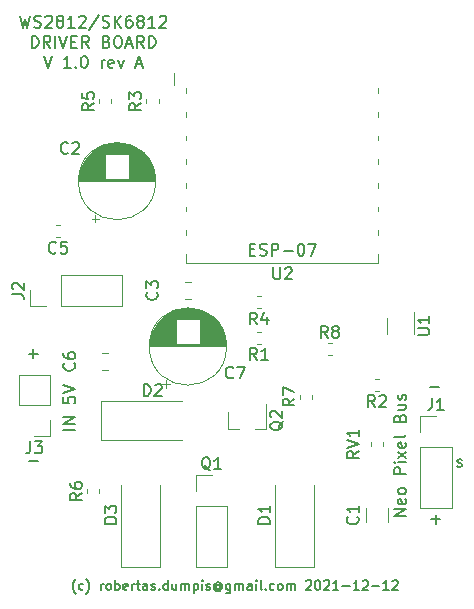
<source format=gbr>
G04 #@! TF.GenerationSoftware,KiCad,Pcbnew,(5.0.1)-4*
G04 #@! TF.CreationDate,2021-12-12T21:25:55+02:00*
G04 #@! TF.ProjectId,MagicLightsPCBNeo,4D616769634C69676874735043424E65,rev?*
G04 #@! TF.SameCoordinates,Original*
G04 #@! TF.FileFunction,Legend,Top*
G04 #@! TF.FilePolarity,Positive*
%FSLAX46Y46*%
G04 Gerber Fmt 4.6, Leading zero omitted, Abs format (unit mm)*
G04 Created by KiCad (PCBNEW (5.0.1)-4) date 2021-12-12 21:25:55*
%MOMM*%
%LPD*%
G01*
G04 APERTURE LIST*
%ADD10C,0.200000*%
%ADD11C,0.160000*%
%ADD12C,0.120000*%
%ADD13C,0.150000*%
G04 APERTURE END LIST*
D10*
X52785714Y-52904761D02*
X52880952Y-52952380D01*
X53071428Y-52952380D01*
X53166666Y-52904761D01*
X53214285Y-52809523D01*
X53214285Y-52761904D01*
X53166666Y-52666666D01*
X53071428Y-52619047D01*
X52928571Y-52619047D01*
X52833333Y-52571428D01*
X52785714Y-52476190D01*
X52785714Y-52428571D01*
X52833333Y-52333333D01*
X52928571Y-52285714D01*
X53071428Y-52285714D01*
X53166666Y-52333333D01*
X50519047Y-46171428D02*
X51280952Y-46171428D01*
X50619047Y-57371428D02*
X51380952Y-57371428D01*
X51000000Y-57752380D02*
X51000000Y-56990476D01*
D11*
X20495238Y-63666666D02*
X20457142Y-63628571D01*
X20380952Y-63514285D01*
X20342857Y-63438095D01*
X20304761Y-63323809D01*
X20266666Y-63133333D01*
X20266666Y-62980952D01*
X20304761Y-62790476D01*
X20342857Y-62676190D01*
X20380952Y-62600000D01*
X20457142Y-62485714D01*
X20495238Y-62447619D01*
X21142857Y-63323809D02*
X21066666Y-63361904D01*
X20914285Y-63361904D01*
X20838095Y-63323809D01*
X20800000Y-63285714D01*
X20761904Y-63209523D01*
X20761904Y-62980952D01*
X20800000Y-62904761D01*
X20838095Y-62866666D01*
X20914285Y-62828571D01*
X21066666Y-62828571D01*
X21142857Y-62866666D01*
X21409523Y-63666666D02*
X21447619Y-63628571D01*
X21523809Y-63514285D01*
X21561904Y-63438095D01*
X21600000Y-63323809D01*
X21638095Y-63133333D01*
X21638095Y-62980952D01*
X21600000Y-62790476D01*
X21561904Y-62676190D01*
X21523809Y-62600000D01*
X21447619Y-62485714D01*
X21409523Y-62447619D01*
X22628571Y-63361904D02*
X22628571Y-62828571D01*
X22628571Y-62980952D02*
X22666666Y-62904761D01*
X22704761Y-62866666D01*
X22780952Y-62828571D01*
X22857142Y-62828571D01*
X23238095Y-63361904D02*
X23161904Y-63323809D01*
X23123809Y-63285714D01*
X23085714Y-63209523D01*
X23085714Y-62980952D01*
X23123809Y-62904761D01*
X23161904Y-62866666D01*
X23238095Y-62828571D01*
X23352380Y-62828571D01*
X23428571Y-62866666D01*
X23466666Y-62904761D01*
X23504761Y-62980952D01*
X23504761Y-63209523D01*
X23466666Y-63285714D01*
X23428571Y-63323809D01*
X23352380Y-63361904D01*
X23238095Y-63361904D01*
X23847619Y-63361904D02*
X23847619Y-62561904D01*
X23847619Y-62866666D02*
X23923809Y-62828571D01*
X24076190Y-62828571D01*
X24152380Y-62866666D01*
X24190476Y-62904761D01*
X24228571Y-62980952D01*
X24228571Y-63209523D01*
X24190476Y-63285714D01*
X24152380Y-63323809D01*
X24076190Y-63361904D01*
X23923809Y-63361904D01*
X23847619Y-63323809D01*
X24876190Y-63323809D02*
X24800000Y-63361904D01*
X24647619Y-63361904D01*
X24571428Y-63323809D01*
X24533333Y-63247619D01*
X24533333Y-62942857D01*
X24571428Y-62866666D01*
X24647619Y-62828571D01*
X24800000Y-62828571D01*
X24876190Y-62866666D01*
X24914285Y-62942857D01*
X24914285Y-63019047D01*
X24533333Y-63095238D01*
X25257142Y-63361904D02*
X25257142Y-62828571D01*
X25257142Y-62980952D02*
X25295238Y-62904761D01*
X25333333Y-62866666D01*
X25409523Y-62828571D01*
X25485714Y-62828571D01*
X25638095Y-62828571D02*
X25942857Y-62828571D01*
X25752380Y-62561904D02*
X25752380Y-63247619D01*
X25790476Y-63323809D01*
X25866666Y-63361904D01*
X25942857Y-63361904D01*
X26552380Y-63361904D02*
X26552380Y-62942857D01*
X26514285Y-62866666D01*
X26438095Y-62828571D01*
X26285714Y-62828571D01*
X26209523Y-62866666D01*
X26552380Y-63323809D02*
X26476190Y-63361904D01*
X26285714Y-63361904D01*
X26209523Y-63323809D01*
X26171428Y-63247619D01*
X26171428Y-63171428D01*
X26209523Y-63095238D01*
X26285714Y-63057142D01*
X26476190Y-63057142D01*
X26552380Y-63019047D01*
X26895238Y-63323809D02*
X26971428Y-63361904D01*
X27123809Y-63361904D01*
X27200000Y-63323809D01*
X27238095Y-63247619D01*
X27238095Y-63209523D01*
X27200000Y-63133333D01*
X27123809Y-63095238D01*
X27009523Y-63095238D01*
X26933333Y-63057142D01*
X26895238Y-62980952D01*
X26895238Y-62942857D01*
X26933333Y-62866666D01*
X27009523Y-62828571D01*
X27123809Y-62828571D01*
X27200000Y-62866666D01*
X27580952Y-63285714D02*
X27619047Y-63323809D01*
X27580952Y-63361904D01*
X27542857Y-63323809D01*
X27580952Y-63285714D01*
X27580952Y-63361904D01*
X28304761Y-63361904D02*
X28304761Y-62561904D01*
X28304761Y-63323809D02*
X28228571Y-63361904D01*
X28076190Y-63361904D01*
X28000000Y-63323809D01*
X27961904Y-63285714D01*
X27923809Y-63209523D01*
X27923809Y-62980952D01*
X27961904Y-62904761D01*
X28000000Y-62866666D01*
X28076190Y-62828571D01*
X28228571Y-62828571D01*
X28304761Y-62866666D01*
X29028571Y-62828571D02*
X29028571Y-63361904D01*
X28685714Y-62828571D02*
X28685714Y-63247619D01*
X28723809Y-63323809D01*
X28800000Y-63361904D01*
X28914285Y-63361904D01*
X28990476Y-63323809D01*
X29028571Y-63285714D01*
X29409523Y-63361904D02*
X29409523Y-62828571D01*
X29409523Y-62904761D02*
X29447619Y-62866666D01*
X29523809Y-62828571D01*
X29638095Y-62828571D01*
X29714285Y-62866666D01*
X29752380Y-62942857D01*
X29752380Y-63361904D01*
X29752380Y-62942857D02*
X29790476Y-62866666D01*
X29866666Y-62828571D01*
X29980952Y-62828571D01*
X30057142Y-62866666D01*
X30095238Y-62942857D01*
X30095238Y-63361904D01*
X30476190Y-62828571D02*
X30476190Y-63628571D01*
X30476190Y-62866666D02*
X30552380Y-62828571D01*
X30704761Y-62828571D01*
X30780952Y-62866666D01*
X30819047Y-62904761D01*
X30857142Y-62980952D01*
X30857142Y-63209523D01*
X30819047Y-63285714D01*
X30780952Y-63323809D01*
X30704761Y-63361904D01*
X30552380Y-63361904D01*
X30476190Y-63323809D01*
X31200000Y-63361904D02*
X31200000Y-62828571D01*
X31200000Y-62561904D02*
X31161904Y-62600000D01*
X31200000Y-62638095D01*
X31238095Y-62600000D01*
X31200000Y-62561904D01*
X31200000Y-62638095D01*
X31542857Y-63323809D02*
X31619047Y-63361904D01*
X31771428Y-63361904D01*
X31847619Y-63323809D01*
X31885714Y-63247619D01*
X31885714Y-63209523D01*
X31847619Y-63133333D01*
X31771428Y-63095238D01*
X31657142Y-63095238D01*
X31580952Y-63057142D01*
X31542857Y-62980952D01*
X31542857Y-62942857D01*
X31580952Y-62866666D01*
X31657142Y-62828571D01*
X31771428Y-62828571D01*
X31847619Y-62866666D01*
X32723809Y-62980952D02*
X32685714Y-62942857D01*
X32609523Y-62904761D01*
X32533333Y-62904761D01*
X32457142Y-62942857D01*
X32419047Y-62980952D01*
X32380952Y-63057142D01*
X32380952Y-63133333D01*
X32419047Y-63209523D01*
X32457142Y-63247619D01*
X32533333Y-63285714D01*
X32609523Y-63285714D01*
X32685714Y-63247619D01*
X32723809Y-63209523D01*
X32723809Y-62904761D02*
X32723809Y-63209523D01*
X32761904Y-63247619D01*
X32800000Y-63247619D01*
X32876190Y-63209523D01*
X32914285Y-63133333D01*
X32914285Y-62942857D01*
X32838095Y-62828571D01*
X32723809Y-62752380D01*
X32571428Y-62714285D01*
X32419047Y-62752380D01*
X32304761Y-62828571D01*
X32228571Y-62942857D01*
X32190476Y-63095238D01*
X32228571Y-63247619D01*
X32304761Y-63361904D01*
X32419047Y-63438095D01*
X32571428Y-63476190D01*
X32723809Y-63438095D01*
X32838095Y-63361904D01*
X33600000Y-62828571D02*
X33600000Y-63476190D01*
X33561904Y-63552380D01*
X33523809Y-63590476D01*
X33447619Y-63628571D01*
X33333333Y-63628571D01*
X33257142Y-63590476D01*
X33600000Y-63323809D02*
X33523809Y-63361904D01*
X33371428Y-63361904D01*
X33295238Y-63323809D01*
X33257142Y-63285714D01*
X33219047Y-63209523D01*
X33219047Y-62980952D01*
X33257142Y-62904761D01*
X33295238Y-62866666D01*
X33371428Y-62828571D01*
X33523809Y-62828571D01*
X33600000Y-62866666D01*
X33980952Y-63361904D02*
X33980952Y-62828571D01*
X33980952Y-62904761D02*
X34019047Y-62866666D01*
X34095238Y-62828571D01*
X34209523Y-62828571D01*
X34285714Y-62866666D01*
X34323809Y-62942857D01*
X34323809Y-63361904D01*
X34323809Y-62942857D02*
X34361904Y-62866666D01*
X34438095Y-62828571D01*
X34552380Y-62828571D01*
X34628571Y-62866666D01*
X34666666Y-62942857D01*
X34666666Y-63361904D01*
X35390476Y-63361904D02*
X35390476Y-62942857D01*
X35352380Y-62866666D01*
X35276190Y-62828571D01*
X35123809Y-62828571D01*
X35047619Y-62866666D01*
X35390476Y-63323809D02*
X35314285Y-63361904D01*
X35123809Y-63361904D01*
X35047619Y-63323809D01*
X35009523Y-63247619D01*
X35009523Y-63171428D01*
X35047619Y-63095238D01*
X35123809Y-63057142D01*
X35314285Y-63057142D01*
X35390476Y-63019047D01*
X35771428Y-63361904D02*
X35771428Y-62828571D01*
X35771428Y-62561904D02*
X35733333Y-62600000D01*
X35771428Y-62638095D01*
X35809523Y-62600000D01*
X35771428Y-62561904D01*
X35771428Y-62638095D01*
X36266666Y-63361904D02*
X36190476Y-63323809D01*
X36152380Y-63247619D01*
X36152380Y-62561904D01*
X36571428Y-63285714D02*
X36609523Y-63323809D01*
X36571428Y-63361904D01*
X36533333Y-63323809D01*
X36571428Y-63285714D01*
X36571428Y-63361904D01*
X37295238Y-63323809D02*
X37219047Y-63361904D01*
X37066666Y-63361904D01*
X36990476Y-63323809D01*
X36952380Y-63285714D01*
X36914285Y-63209523D01*
X36914285Y-62980952D01*
X36952380Y-62904761D01*
X36990476Y-62866666D01*
X37066666Y-62828571D01*
X37219047Y-62828571D01*
X37295238Y-62866666D01*
X37752380Y-63361904D02*
X37676190Y-63323809D01*
X37638095Y-63285714D01*
X37600000Y-63209523D01*
X37600000Y-62980952D01*
X37638095Y-62904761D01*
X37676190Y-62866666D01*
X37752380Y-62828571D01*
X37866666Y-62828571D01*
X37942857Y-62866666D01*
X37980952Y-62904761D01*
X38019047Y-62980952D01*
X38019047Y-63209523D01*
X37980952Y-63285714D01*
X37942857Y-63323809D01*
X37866666Y-63361904D01*
X37752380Y-63361904D01*
X38361904Y-63361904D02*
X38361904Y-62828571D01*
X38361904Y-62904761D02*
X38400000Y-62866666D01*
X38476190Y-62828571D01*
X38590476Y-62828571D01*
X38666666Y-62866666D01*
X38704761Y-62942857D01*
X38704761Y-63361904D01*
X38704761Y-62942857D02*
X38742857Y-62866666D01*
X38819047Y-62828571D01*
X38933333Y-62828571D01*
X39009523Y-62866666D01*
X39047619Y-62942857D01*
X39047619Y-63361904D01*
X40000000Y-62638095D02*
X40038095Y-62600000D01*
X40114285Y-62561904D01*
X40304761Y-62561904D01*
X40380952Y-62600000D01*
X40419047Y-62638095D01*
X40457142Y-62714285D01*
X40457142Y-62790476D01*
X40419047Y-62904761D01*
X39961904Y-63361904D01*
X40457142Y-63361904D01*
X40952380Y-62561904D02*
X41028571Y-62561904D01*
X41104761Y-62600000D01*
X41142857Y-62638095D01*
X41180952Y-62714285D01*
X41219047Y-62866666D01*
X41219047Y-63057142D01*
X41180952Y-63209523D01*
X41142857Y-63285714D01*
X41104761Y-63323809D01*
X41028571Y-63361904D01*
X40952380Y-63361904D01*
X40876190Y-63323809D01*
X40838095Y-63285714D01*
X40800000Y-63209523D01*
X40761904Y-63057142D01*
X40761904Y-62866666D01*
X40800000Y-62714285D01*
X40838095Y-62638095D01*
X40876190Y-62600000D01*
X40952380Y-62561904D01*
X41523809Y-62638095D02*
X41561904Y-62600000D01*
X41638095Y-62561904D01*
X41828571Y-62561904D01*
X41904761Y-62600000D01*
X41942857Y-62638095D01*
X41980952Y-62714285D01*
X41980952Y-62790476D01*
X41942857Y-62904761D01*
X41485714Y-63361904D01*
X41980952Y-63361904D01*
X42742857Y-63361904D02*
X42285714Y-63361904D01*
X42514285Y-63361904D02*
X42514285Y-62561904D01*
X42438095Y-62676190D01*
X42361904Y-62752380D01*
X42285714Y-62790476D01*
X43085714Y-63057142D02*
X43695238Y-63057142D01*
X44495238Y-63361904D02*
X44038095Y-63361904D01*
X44266666Y-63361904D02*
X44266666Y-62561904D01*
X44190476Y-62676190D01*
X44114285Y-62752380D01*
X44038095Y-62790476D01*
X44800000Y-62638095D02*
X44838095Y-62600000D01*
X44914285Y-62561904D01*
X45104761Y-62561904D01*
X45180952Y-62600000D01*
X45219047Y-62638095D01*
X45257142Y-62714285D01*
X45257142Y-62790476D01*
X45219047Y-62904761D01*
X44761904Y-63361904D01*
X45257142Y-63361904D01*
X45600000Y-63057142D02*
X46209523Y-63057142D01*
X47009523Y-63361904D02*
X46552380Y-63361904D01*
X46780952Y-63361904D02*
X46780952Y-62561904D01*
X46704761Y-62676190D01*
X46628571Y-62752380D01*
X46552380Y-62790476D01*
X47314285Y-62638095D02*
X47352380Y-62600000D01*
X47428571Y-62561904D01*
X47619047Y-62561904D01*
X47695238Y-62600000D01*
X47733333Y-62638095D01*
X47771428Y-62714285D01*
X47771428Y-62790476D01*
X47733333Y-62904761D01*
X47276190Y-63361904D01*
X47771428Y-63361904D01*
D10*
X15785714Y-14752380D02*
X16023809Y-15752380D01*
X16214285Y-15038095D01*
X16404761Y-15752380D01*
X16642857Y-14752380D01*
X16976190Y-15704761D02*
X17119047Y-15752380D01*
X17357142Y-15752380D01*
X17452380Y-15704761D01*
X17500000Y-15657142D01*
X17547619Y-15561904D01*
X17547619Y-15466666D01*
X17500000Y-15371428D01*
X17452380Y-15323809D01*
X17357142Y-15276190D01*
X17166666Y-15228571D01*
X17071428Y-15180952D01*
X17023809Y-15133333D01*
X16976190Y-15038095D01*
X16976190Y-14942857D01*
X17023809Y-14847619D01*
X17071428Y-14800000D01*
X17166666Y-14752380D01*
X17404761Y-14752380D01*
X17547619Y-14800000D01*
X17928571Y-14847619D02*
X17976190Y-14800000D01*
X18071428Y-14752380D01*
X18309523Y-14752380D01*
X18404761Y-14800000D01*
X18452380Y-14847619D01*
X18500000Y-14942857D01*
X18500000Y-15038095D01*
X18452380Y-15180952D01*
X17880952Y-15752380D01*
X18500000Y-15752380D01*
X19071428Y-15180952D02*
X18976190Y-15133333D01*
X18928571Y-15085714D01*
X18880952Y-14990476D01*
X18880952Y-14942857D01*
X18928571Y-14847619D01*
X18976190Y-14800000D01*
X19071428Y-14752380D01*
X19261904Y-14752380D01*
X19357142Y-14800000D01*
X19404761Y-14847619D01*
X19452380Y-14942857D01*
X19452380Y-14990476D01*
X19404761Y-15085714D01*
X19357142Y-15133333D01*
X19261904Y-15180952D01*
X19071428Y-15180952D01*
X18976190Y-15228571D01*
X18928571Y-15276190D01*
X18880952Y-15371428D01*
X18880952Y-15561904D01*
X18928571Y-15657142D01*
X18976190Y-15704761D01*
X19071428Y-15752380D01*
X19261904Y-15752380D01*
X19357142Y-15704761D01*
X19404761Y-15657142D01*
X19452380Y-15561904D01*
X19452380Y-15371428D01*
X19404761Y-15276190D01*
X19357142Y-15228571D01*
X19261904Y-15180952D01*
X20404761Y-15752380D02*
X19833333Y-15752380D01*
X20119047Y-15752380D02*
X20119047Y-14752380D01*
X20023809Y-14895238D01*
X19928571Y-14990476D01*
X19833333Y-15038095D01*
X20785714Y-14847619D02*
X20833333Y-14800000D01*
X20928571Y-14752380D01*
X21166666Y-14752380D01*
X21261904Y-14800000D01*
X21309523Y-14847619D01*
X21357142Y-14942857D01*
X21357142Y-15038095D01*
X21309523Y-15180952D01*
X20738095Y-15752380D01*
X21357142Y-15752380D01*
X22500000Y-14704761D02*
X21642857Y-15990476D01*
X22785714Y-15704761D02*
X22928571Y-15752380D01*
X23166666Y-15752380D01*
X23261904Y-15704761D01*
X23309523Y-15657142D01*
X23357142Y-15561904D01*
X23357142Y-15466666D01*
X23309523Y-15371428D01*
X23261904Y-15323809D01*
X23166666Y-15276190D01*
X22976190Y-15228571D01*
X22880952Y-15180952D01*
X22833333Y-15133333D01*
X22785714Y-15038095D01*
X22785714Y-14942857D01*
X22833333Y-14847619D01*
X22880952Y-14800000D01*
X22976190Y-14752380D01*
X23214285Y-14752380D01*
X23357142Y-14800000D01*
X23785714Y-15752380D02*
X23785714Y-14752380D01*
X24357142Y-15752380D02*
X23928571Y-15180952D01*
X24357142Y-14752380D02*
X23785714Y-15323809D01*
X25214285Y-14752380D02*
X25023809Y-14752380D01*
X24928571Y-14800000D01*
X24880952Y-14847619D01*
X24785714Y-14990476D01*
X24738095Y-15180952D01*
X24738095Y-15561904D01*
X24785714Y-15657142D01*
X24833333Y-15704761D01*
X24928571Y-15752380D01*
X25119047Y-15752380D01*
X25214285Y-15704761D01*
X25261904Y-15657142D01*
X25309523Y-15561904D01*
X25309523Y-15323809D01*
X25261904Y-15228571D01*
X25214285Y-15180952D01*
X25119047Y-15133333D01*
X24928571Y-15133333D01*
X24833333Y-15180952D01*
X24785714Y-15228571D01*
X24738095Y-15323809D01*
X25880952Y-15180952D02*
X25785714Y-15133333D01*
X25738095Y-15085714D01*
X25690476Y-14990476D01*
X25690476Y-14942857D01*
X25738095Y-14847619D01*
X25785714Y-14800000D01*
X25880952Y-14752380D01*
X26071428Y-14752380D01*
X26166666Y-14800000D01*
X26214285Y-14847619D01*
X26261904Y-14942857D01*
X26261904Y-14990476D01*
X26214285Y-15085714D01*
X26166666Y-15133333D01*
X26071428Y-15180952D01*
X25880952Y-15180952D01*
X25785714Y-15228571D01*
X25738095Y-15276190D01*
X25690476Y-15371428D01*
X25690476Y-15561904D01*
X25738095Y-15657142D01*
X25785714Y-15704761D01*
X25880952Y-15752380D01*
X26071428Y-15752380D01*
X26166666Y-15704761D01*
X26214285Y-15657142D01*
X26261904Y-15561904D01*
X26261904Y-15371428D01*
X26214285Y-15276190D01*
X26166666Y-15228571D01*
X26071428Y-15180952D01*
X27214285Y-15752380D02*
X26642857Y-15752380D01*
X26928571Y-15752380D02*
X26928571Y-14752380D01*
X26833333Y-14895238D01*
X26738095Y-14990476D01*
X26642857Y-15038095D01*
X27595238Y-14847619D02*
X27642857Y-14800000D01*
X27738095Y-14752380D01*
X27976190Y-14752380D01*
X28071428Y-14800000D01*
X28119047Y-14847619D01*
X28166666Y-14942857D01*
X28166666Y-15038095D01*
X28119047Y-15180952D01*
X27547619Y-15752380D01*
X28166666Y-15752380D01*
X16785714Y-17452380D02*
X16785714Y-16452380D01*
X17023809Y-16452380D01*
X17166666Y-16500000D01*
X17261904Y-16595238D01*
X17309523Y-16690476D01*
X17357142Y-16880952D01*
X17357142Y-17023809D01*
X17309523Y-17214285D01*
X17261904Y-17309523D01*
X17166666Y-17404761D01*
X17023809Y-17452380D01*
X16785714Y-17452380D01*
X18357142Y-17452380D02*
X18023809Y-16976190D01*
X17785714Y-17452380D02*
X17785714Y-16452380D01*
X18166666Y-16452380D01*
X18261904Y-16500000D01*
X18309523Y-16547619D01*
X18357142Y-16642857D01*
X18357142Y-16785714D01*
X18309523Y-16880952D01*
X18261904Y-16928571D01*
X18166666Y-16976190D01*
X17785714Y-16976190D01*
X18785714Y-17452380D02*
X18785714Y-16452380D01*
X19119047Y-16452380D02*
X19452380Y-17452380D01*
X19785714Y-16452380D01*
X20119047Y-16928571D02*
X20452380Y-16928571D01*
X20595238Y-17452380D02*
X20119047Y-17452380D01*
X20119047Y-16452380D01*
X20595238Y-16452380D01*
X21595238Y-17452380D02*
X21261904Y-16976190D01*
X21023809Y-17452380D02*
X21023809Y-16452380D01*
X21404761Y-16452380D01*
X21500000Y-16500000D01*
X21547619Y-16547619D01*
X21595238Y-16642857D01*
X21595238Y-16785714D01*
X21547619Y-16880952D01*
X21500000Y-16928571D01*
X21404761Y-16976190D01*
X21023809Y-16976190D01*
X23119047Y-16928571D02*
X23261904Y-16976190D01*
X23309523Y-17023809D01*
X23357142Y-17119047D01*
X23357142Y-17261904D01*
X23309523Y-17357142D01*
X23261904Y-17404761D01*
X23166666Y-17452380D01*
X22785714Y-17452380D01*
X22785714Y-16452380D01*
X23119047Y-16452380D01*
X23214285Y-16500000D01*
X23261904Y-16547619D01*
X23309523Y-16642857D01*
X23309523Y-16738095D01*
X23261904Y-16833333D01*
X23214285Y-16880952D01*
X23119047Y-16928571D01*
X22785714Y-16928571D01*
X23976190Y-16452380D02*
X24166666Y-16452380D01*
X24261904Y-16500000D01*
X24357142Y-16595238D01*
X24404761Y-16785714D01*
X24404761Y-17119047D01*
X24357142Y-17309523D01*
X24261904Y-17404761D01*
X24166666Y-17452380D01*
X23976190Y-17452380D01*
X23880952Y-17404761D01*
X23785714Y-17309523D01*
X23738095Y-17119047D01*
X23738095Y-16785714D01*
X23785714Y-16595238D01*
X23880952Y-16500000D01*
X23976190Y-16452380D01*
X24785714Y-17166666D02*
X25261904Y-17166666D01*
X24690476Y-17452380D02*
X25023809Y-16452380D01*
X25357142Y-17452380D01*
X26261904Y-17452380D02*
X25928571Y-16976190D01*
X25690476Y-17452380D02*
X25690476Y-16452380D01*
X26071428Y-16452380D01*
X26166666Y-16500000D01*
X26214285Y-16547619D01*
X26261904Y-16642857D01*
X26261904Y-16785714D01*
X26214285Y-16880952D01*
X26166666Y-16928571D01*
X26071428Y-16976190D01*
X25690476Y-16976190D01*
X26690476Y-17452380D02*
X26690476Y-16452380D01*
X26928571Y-16452380D01*
X27071428Y-16500000D01*
X27166666Y-16595238D01*
X27214285Y-16690476D01*
X27261904Y-16880952D01*
X27261904Y-17023809D01*
X27214285Y-17214285D01*
X27166666Y-17309523D01*
X27071428Y-17404761D01*
X26928571Y-17452380D01*
X26690476Y-17452380D01*
X17785714Y-18152380D02*
X18119047Y-19152380D01*
X18452380Y-18152380D01*
X20071428Y-19152380D02*
X19500000Y-19152380D01*
X19785714Y-19152380D02*
X19785714Y-18152380D01*
X19690476Y-18295238D01*
X19595238Y-18390476D01*
X19500000Y-18438095D01*
X20500000Y-19057142D02*
X20547619Y-19104761D01*
X20500000Y-19152380D01*
X20452380Y-19104761D01*
X20500000Y-19057142D01*
X20500000Y-19152380D01*
X21166666Y-18152380D02*
X21261904Y-18152380D01*
X21357142Y-18200000D01*
X21404761Y-18247619D01*
X21452380Y-18342857D01*
X21500000Y-18533333D01*
X21500000Y-18771428D01*
X21452380Y-18961904D01*
X21404761Y-19057142D01*
X21357142Y-19104761D01*
X21261904Y-19152380D01*
X21166666Y-19152380D01*
X21071428Y-19104761D01*
X21023809Y-19057142D01*
X20976190Y-18961904D01*
X20928571Y-18771428D01*
X20928571Y-18533333D01*
X20976190Y-18342857D01*
X21023809Y-18247619D01*
X21071428Y-18200000D01*
X21166666Y-18152380D01*
X22690476Y-19152380D02*
X22690476Y-18485714D01*
X22690476Y-18676190D02*
X22738095Y-18580952D01*
X22785714Y-18533333D01*
X22880952Y-18485714D01*
X22976190Y-18485714D01*
X23690476Y-19104761D02*
X23595238Y-19152380D01*
X23404761Y-19152380D01*
X23309523Y-19104761D01*
X23261904Y-19009523D01*
X23261904Y-18628571D01*
X23309523Y-18533333D01*
X23404761Y-18485714D01*
X23595238Y-18485714D01*
X23690476Y-18533333D01*
X23738095Y-18628571D01*
X23738095Y-18723809D01*
X23261904Y-18819047D01*
X24071428Y-18485714D02*
X24309523Y-19152380D01*
X24547619Y-18485714D01*
X25642857Y-18866666D02*
X26119047Y-18866666D01*
X25547619Y-19152380D02*
X25880952Y-18152380D01*
X26214285Y-19152380D01*
X48452380Y-57119047D02*
X47452380Y-57119047D01*
X48452380Y-56547619D01*
X47452380Y-56547619D01*
X48404761Y-55690476D02*
X48452380Y-55785714D01*
X48452380Y-55976190D01*
X48404761Y-56071428D01*
X48309523Y-56119047D01*
X47928571Y-56119047D01*
X47833333Y-56071428D01*
X47785714Y-55976190D01*
X47785714Y-55785714D01*
X47833333Y-55690476D01*
X47928571Y-55642857D01*
X48023809Y-55642857D01*
X48119047Y-56119047D01*
X48452380Y-55071428D02*
X48404761Y-55166666D01*
X48357142Y-55214285D01*
X48261904Y-55261904D01*
X47976190Y-55261904D01*
X47880952Y-55214285D01*
X47833333Y-55166666D01*
X47785714Y-55071428D01*
X47785714Y-54928571D01*
X47833333Y-54833333D01*
X47880952Y-54785714D01*
X47976190Y-54738095D01*
X48261904Y-54738095D01*
X48357142Y-54785714D01*
X48404761Y-54833333D01*
X48452380Y-54928571D01*
X48452380Y-55071428D01*
X48452380Y-53547619D02*
X47452380Y-53547619D01*
X47452380Y-53166666D01*
X47500000Y-53071428D01*
X47547619Y-53023809D01*
X47642857Y-52976190D01*
X47785714Y-52976190D01*
X47880952Y-53023809D01*
X47928571Y-53071428D01*
X47976190Y-53166666D01*
X47976190Y-53547619D01*
X48452380Y-52547619D02*
X47785714Y-52547619D01*
X47452380Y-52547619D02*
X47500000Y-52595238D01*
X47547619Y-52547619D01*
X47500000Y-52500000D01*
X47452380Y-52547619D01*
X47547619Y-52547619D01*
X48452380Y-52166666D02*
X47785714Y-51642857D01*
X47785714Y-52166666D02*
X48452380Y-51642857D01*
X48404761Y-50880952D02*
X48452380Y-50976190D01*
X48452380Y-51166666D01*
X48404761Y-51261904D01*
X48309523Y-51309523D01*
X47928571Y-51309523D01*
X47833333Y-51261904D01*
X47785714Y-51166666D01*
X47785714Y-50976190D01*
X47833333Y-50880952D01*
X47928571Y-50833333D01*
X48023809Y-50833333D01*
X48119047Y-51309523D01*
X48452380Y-50261904D02*
X48404761Y-50357142D01*
X48309523Y-50404761D01*
X47452380Y-50404761D01*
X47928571Y-48785714D02*
X47976190Y-48642857D01*
X48023809Y-48595238D01*
X48119047Y-48547619D01*
X48261904Y-48547619D01*
X48357142Y-48595238D01*
X48404761Y-48642857D01*
X48452380Y-48738095D01*
X48452380Y-49119047D01*
X47452380Y-49119047D01*
X47452380Y-48785714D01*
X47500000Y-48690476D01*
X47547619Y-48642857D01*
X47642857Y-48595238D01*
X47738095Y-48595238D01*
X47833333Y-48642857D01*
X47880952Y-48690476D01*
X47928571Y-48785714D01*
X47928571Y-49119047D01*
X47785714Y-47690476D02*
X48452380Y-47690476D01*
X47785714Y-48119047D02*
X48309523Y-48119047D01*
X48404761Y-48071428D01*
X48452380Y-47976190D01*
X48452380Y-47833333D01*
X48404761Y-47738095D01*
X48357142Y-47690476D01*
X48404761Y-47261904D02*
X48452380Y-47166666D01*
X48452380Y-46976190D01*
X48404761Y-46880952D01*
X48309523Y-46833333D01*
X48261904Y-46833333D01*
X48166666Y-46880952D01*
X48119047Y-46976190D01*
X48119047Y-47119047D01*
X48071428Y-47214285D01*
X47976190Y-47261904D01*
X47928571Y-47261904D01*
X47833333Y-47214285D01*
X47785714Y-47119047D01*
X47785714Y-46976190D01*
X47833333Y-46880952D01*
X16519047Y-52471428D02*
X17280952Y-52471428D01*
X16519047Y-43371428D02*
X17280952Y-43371428D01*
X16900000Y-43752380D02*
X16900000Y-42990476D01*
X20452380Y-49809523D02*
X19452380Y-49809523D01*
X20452380Y-49333333D02*
X19452380Y-49333333D01*
X20452380Y-48761904D01*
X19452380Y-48761904D01*
X19452380Y-47047619D02*
X19452380Y-47523809D01*
X19928571Y-47571428D01*
X19880952Y-47523809D01*
X19833333Y-47428571D01*
X19833333Y-47190476D01*
X19880952Y-47095238D01*
X19928571Y-47047619D01*
X20023809Y-47000000D01*
X20261904Y-47000000D01*
X20357142Y-47047619D01*
X20404761Y-47095238D01*
X20452380Y-47190476D01*
X20452380Y-47428571D01*
X20404761Y-47523809D01*
X20357142Y-47571428D01*
X19452380Y-46714285D02*
X20452380Y-46380952D01*
X19452380Y-46047619D01*
D12*
G04 #@! TO.C,C6*
X23261252Y-44710000D02*
X22738748Y-44710000D01*
X23261252Y-43290000D02*
X22738748Y-43290000D01*
G04 #@! TO.C,R1*
X36171267Y-42510000D02*
X35828733Y-42510000D01*
X36171267Y-41490000D02*
X35828733Y-41490000D01*
G04 #@! TO.C,R4*
X36171267Y-38490000D02*
X35828733Y-38490000D01*
X36171267Y-39510000D02*
X35828733Y-39510000D01*
G04 #@! TO.C,C1*
X46910000Y-56397936D02*
X46910000Y-57602064D01*
X45090000Y-56397936D02*
X45090000Y-57602064D01*
G04 #@! TO.C,C2*
X27270000Y-28750000D02*
G75*
G03X27270000Y-28750000I-3270000J0D01*
G01*
X20770000Y-28750000D02*
X27230000Y-28750000D01*
X20770000Y-28710000D02*
X27230000Y-28710000D01*
X20770000Y-28670000D02*
X27230000Y-28670000D01*
X20772000Y-28630000D02*
X27228000Y-28630000D01*
X20773000Y-28590000D02*
X27227000Y-28590000D01*
X20776000Y-28550000D02*
X27224000Y-28550000D01*
X20778000Y-28510000D02*
X22960000Y-28510000D01*
X25040000Y-28510000D02*
X27222000Y-28510000D01*
X20782000Y-28470000D02*
X22960000Y-28470000D01*
X25040000Y-28470000D02*
X27218000Y-28470000D01*
X20785000Y-28430000D02*
X22960000Y-28430000D01*
X25040000Y-28430000D02*
X27215000Y-28430000D01*
X20789000Y-28390000D02*
X22960000Y-28390000D01*
X25040000Y-28390000D02*
X27211000Y-28390000D01*
X20794000Y-28350000D02*
X22960000Y-28350000D01*
X25040000Y-28350000D02*
X27206000Y-28350000D01*
X20799000Y-28310000D02*
X22960000Y-28310000D01*
X25040000Y-28310000D02*
X27201000Y-28310000D01*
X20805000Y-28270000D02*
X22960000Y-28270000D01*
X25040000Y-28270000D02*
X27195000Y-28270000D01*
X20811000Y-28230000D02*
X22960000Y-28230000D01*
X25040000Y-28230000D02*
X27189000Y-28230000D01*
X20818000Y-28190000D02*
X22960000Y-28190000D01*
X25040000Y-28190000D02*
X27182000Y-28190000D01*
X20825000Y-28150000D02*
X22960000Y-28150000D01*
X25040000Y-28150000D02*
X27175000Y-28150000D01*
X20833000Y-28110000D02*
X22960000Y-28110000D01*
X25040000Y-28110000D02*
X27167000Y-28110000D01*
X20841000Y-28070000D02*
X22960000Y-28070000D01*
X25040000Y-28070000D02*
X27159000Y-28070000D01*
X20850000Y-28029000D02*
X22960000Y-28029000D01*
X25040000Y-28029000D02*
X27150000Y-28029000D01*
X20859000Y-27989000D02*
X22960000Y-27989000D01*
X25040000Y-27989000D02*
X27141000Y-27989000D01*
X20869000Y-27949000D02*
X22960000Y-27949000D01*
X25040000Y-27949000D02*
X27131000Y-27949000D01*
X20879000Y-27909000D02*
X22960000Y-27909000D01*
X25040000Y-27909000D02*
X27121000Y-27909000D01*
X20890000Y-27869000D02*
X22960000Y-27869000D01*
X25040000Y-27869000D02*
X27110000Y-27869000D01*
X20902000Y-27829000D02*
X22960000Y-27829000D01*
X25040000Y-27829000D02*
X27098000Y-27829000D01*
X20914000Y-27789000D02*
X22960000Y-27789000D01*
X25040000Y-27789000D02*
X27086000Y-27789000D01*
X20926000Y-27749000D02*
X22960000Y-27749000D01*
X25040000Y-27749000D02*
X27074000Y-27749000D01*
X20939000Y-27709000D02*
X22960000Y-27709000D01*
X25040000Y-27709000D02*
X27061000Y-27709000D01*
X20953000Y-27669000D02*
X22960000Y-27669000D01*
X25040000Y-27669000D02*
X27047000Y-27669000D01*
X20967000Y-27629000D02*
X22960000Y-27629000D01*
X25040000Y-27629000D02*
X27033000Y-27629000D01*
X20982000Y-27589000D02*
X22960000Y-27589000D01*
X25040000Y-27589000D02*
X27018000Y-27589000D01*
X20998000Y-27549000D02*
X22960000Y-27549000D01*
X25040000Y-27549000D02*
X27002000Y-27549000D01*
X21014000Y-27509000D02*
X22960000Y-27509000D01*
X25040000Y-27509000D02*
X26986000Y-27509000D01*
X21030000Y-27469000D02*
X22960000Y-27469000D01*
X25040000Y-27469000D02*
X26970000Y-27469000D01*
X21048000Y-27429000D02*
X22960000Y-27429000D01*
X25040000Y-27429000D02*
X26952000Y-27429000D01*
X21066000Y-27389000D02*
X22960000Y-27389000D01*
X25040000Y-27389000D02*
X26934000Y-27389000D01*
X21084000Y-27349000D02*
X22960000Y-27349000D01*
X25040000Y-27349000D02*
X26916000Y-27349000D01*
X21104000Y-27309000D02*
X22960000Y-27309000D01*
X25040000Y-27309000D02*
X26896000Y-27309000D01*
X21124000Y-27269000D02*
X22960000Y-27269000D01*
X25040000Y-27269000D02*
X26876000Y-27269000D01*
X21144000Y-27229000D02*
X22960000Y-27229000D01*
X25040000Y-27229000D02*
X26856000Y-27229000D01*
X21166000Y-27189000D02*
X22960000Y-27189000D01*
X25040000Y-27189000D02*
X26834000Y-27189000D01*
X21188000Y-27149000D02*
X22960000Y-27149000D01*
X25040000Y-27149000D02*
X26812000Y-27149000D01*
X21210000Y-27109000D02*
X22960000Y-27109000D01*
X25040000Y-27109000D02*
X26790000Y-27109000D01*
X21234000Y-27069000D02*
X22960000Y-27069000D01*
X25040000Y-27069000D02*
X26766000Y-27069000D01*
X21258000Y-27029000D02*
X22960000Y-27029000D01*
X25040000Y-27029000D02*
X26742000Y-27029000D01*
X21284000Y-26989000D02*
X22960000Y-26989000D01*
X25040000Y-26989000D02*
X26716000Y-26989000D01*
X21310000Y-26949000D02*
X22960000Y-26949000D01*
X25040000Y-26949000D02*
X26690000Y-26949000D01*
X21336000Y-26909000D02*
X22960000Y-26909000D01*
X25040000Y-26909000D02*
X26664000Y-26909000D01*
X21364000Y-26869000D02*
X22960000Y-26869000D01*
X25040000Y-26869000D02*
X26636000Y-26869000D01*
X21393000Y-26829000D02*
X22960000Y-26829000D01*
X25040000Y-26829000D02*
X26607000Y-26829000D01*
X21422000Y-26789000D02*
X22960000Y-26789000D01*
X25040000Y-26789000D02*
X26578000Y-26789000D01*
X21452000Y-26749000D02*
X22960000Y-26749000D01*
X25040000Y-26749000D02*
X26548000Y-26749000D01*
X21484000Y-26709000D02*
X22960000Y-26709000D01*
X25040000Y-26709000D02*
X26516000Y-26709000D01*
X21516000Y-26669000D02*
X22960000Y-26669000D01*
X25040000Y-26669000D02*
X26484000Y-26669000D01*
X21550000Y-26629000D02*
X22960000Y-26629000D01*
X25040000Y-26629000D02*
X26450000Y-26629000D01*
X21584000Y-26589000D02*
X22960000Y-26589000D01*
X25040000Y-26589000D02*
X26416000Y-26589000D01*
X21620000Y-26549000D02*
X22960000Y-26549000D01*
X25040000Y-26549000D02*
X26380000Y-26549000D01*
X21657000Y-26509000D02*
X22960000Y-26509000D01*
X25040000Y-26509000D02*
X26343000Y-26509000D01*
X21695000Y-26469000D02*
X22960000Y-26469000D01*
X25040000Y-26469000D02*
X26305000Y-26469000D01*
X21735000Y-26429000D02*
X26265000Y-26429000D01*
X21776000Y-26389000D02*
X26224000Y-26389000D01*
X21818000Y-26349000D02*
X26182000Y-26349000D01*
X21863000Y-26309000D02*
X26137000Y-26309000D01*
X21908000Y-26269000D02*
X26092000Y-26269000D01*
X21956000Y-26229000D02*
X26044000Y-26229000D01*
X22005000Y-26189000D02*
X25995000Y-26189000D01*
X22056000Y-26149000D02*
X25944000Y-26149000D01*
X22110000Y-26109000D02*
X25890000Y-26109000D01*
X22166000Y-26069000D02*
X25834000Y-26069000D01*
X22224000Y-26029000D02*
X25776000Y-26029000D01*
X22286000Y-25989000D02*
X25714000Y-25989000D01*
X22350000Y-25949000D02*
X25650000Y-25949000D01*
X22419000Y-25909000D02*
X25581000Y-25909000D01*
X22491000Y-25869000D02*
X25509000Y-25869000D01*
X22568000Y-25829000D02*
X25432000Y-25829000D01*
X22650000Y-25789000D02*
X25350000Y-25789000D01*
X22738000Y-25749000D02*
X25262000Y-25749000D01*
X22835000Y-25709000D02*
X25165000Y-25709000D01*
X22941000Y-25669000D02*
X25059000Y-25669000D01*
X23060000Y-25629000D02*
X24940000Y-25629000D01*
X23198000Y-25589000D02*
X24802000Y-25589000D01*
X23367000Y-25549000D02*
X24633000Y-25549000D01*
X23598000Y-25509000D02*
X24402000Y-25509000D01*
X22161000Y-32250241D02*
X22161000Y-31620241D01*
X21846000Y-31935241D02*
X22476000Y-31935241D01*
G04 #@! TO.C,C3*
X30261252Y-37290000D02*
X29738748Y-37290000D01*
X30261252Y-38710000D02*
X29738748Y-38710000D01*
G04 #@! TO.C,C7*
X27846000Y-45935241D02*
X28476000Y-45935241D01*
X28161000Y-46250241D02*
X28161000Y-45620241D01*
X29598000Y-39509000D02*
X30402000Y-39509000D01*
X29367000Y-39549000D02*
X30633000Y-39549000D01*
X29198000Y-39589000D02*
X30802000Y-39589000D01*
X29060000Y-39629000D02*
X30940000Y-39629000D01*
X28941000Y-39669000D02*
X31059000Y-39669000D01*
X28835000Y-39709000D02*
X31165000Y-39709000D01*
X28738000Y-39749000D02*
X31262000Y-39749000D01*
X28650000Y-39789000D02*
X31350000Y-39789000D01*
X28568000Y-39829000D02*
X31432000Y-39829000D01*
X28491000Y-39869000D02*
X31509000Y-39869000D01*
X28419000Y-39909000D02*
X31581000Y-39909000D01*
X28350000Y-39949000D02*
X31650000Y-39949000D01*
X28286000Y-39989000D02*
X31714000Y-39989000D01*
X28224000Y-40029000D02*
X31776000Y-40029000D01*
X28166000Y-40069000D02*
X31834000Y-40069000D01*
X28110000Y-40109000D02*
X31890000Y-40109000D01*
X28056000Y-40149000D02*
X31944000Y-40149000D01*
X28005000Y-40189000D02*
X31995000Y-40189000D01*
X27956000Y-40229000D02*
X32044000Y-40229000D01*
X27908000Y-40269000D02*
X32092000Y-40269000D01*
X27863000Y-40309000D02*
X32137000Y-40309000D01*
X27818000Y-40349000D02*
X32182000Y-40349000D01*
X27776000Y-40389000D02*
X32224000Y-40389000D01*
X27735000Y-40429000D02*
X32265000Y-40429000D01*
X31040000Y-40469000D02*
X32305000Y-40469000D01*
X27695000Y-40469000D02*
X28960000Y-40469000D01*
X31040000Y-40509000D02*
X32343000Y-40509000D01*
X27657000Y-40509000D02*
X28960000Y-40509000D01*
X31040000Y-40549000D02*
X32380000Y-40549000D01*
X27620000Y-40549000D02*
X28960000Y-40549000D01*
X31040000Y-40589000D02*
X32416000Y-40589000D01*
X27584000Y-40589000D02*
X28960000Y-40589000D01*
X31040000Y-40629000D02*
X32450000Y-40629000D01*
X27550000Y-40629000D02*
X28960000Y-40629000D01*
X31040000Y-40669000D02*
X32484000Y-40669000D01*
X27516000Y-40669000D02*
X28960000Y-40669000D01*
X31040000Y-40709000D02*
X32516000Y-40709000D01*
X27484000Y-40709000D02*
X28960000Y-40709000D01*
X31040000Y-40749000D02*
X32548000Y-40749000D01*
X27452000Y-40749000D02*
X28960000Y-40749000D01*
X31040000Y-40789000D02*
X32578000Y-40789000D01*
X27422000Y-40789000D02*
X28960000Y-40789000D01*
X31040000Y-40829000D02*
X32607000Y-40829000D01*
X27393000Y-40829000D02*
X28960000Y-40829000D01*
X31040000Y-40869000D02*
X32636000Y-40869000D01*
X27364000Y-40869000D02*
X28960000Y-40869000D01*
X31040000Y-40909000D02*
X32664000Y-40909000D01*
X27336000Y-40909000D02*
X28960000Y-40909000D01*
X31040000Y-40949000D02*
X32690000Y-40949000D01*
X27310000Y-40949000D02*
X28960000Y-40949000D01*
X31040000Y-40989000D02*
X32716000Y-40989000D01*
X27284000Y-40989000D02*
X28960000Y-40989000D01*
X31040000Y-41029000D02*
X32742000Y-41029000D01*
X27258000Y-41029000D02*
X28960000Y-41029000D01*
X31040000Y-41069000D02*
X32766000Y-41069000D01*
X27234000Y-41069000D02*
X28960000Y-41069000D01*
X31040000Y-41109000D02*
X32790000Y-41109000D01*
X27210000Y-41109000D02*
X28960000Y-41109000D01*
X31040000Y-41149000D02*
X32812000Y-41149000D01*
X27188000Y-41149000D02*
X28960000Y-41149000D01*
X31040000Y-41189000D02*
X32834000Y-41189000D01*
X27166000Y-41189000D02*
X28960000Y-41189000D01*
X31040000Y-41229000D02*
X32856000Y-41229000D01*
X27144000Y-41229000D02*
X28960000Y-41229000D01*
X31040000Y-41269000D02*
X32876000Y-41269000D01*
X27124000Y-41269000D02*
X28960000Y-41269000D01*
X31040000Y-41309000D02*
X32896000Y-41309000D01*
X27104000Y-41309000D02*
X28960000Y-41309000D01*
X31040000Y-41349000D02*
X32916000Y-41349000D01*
X27084000Y-41349000D02*
X28960000Y-41349000D01*
X31040000Y-41389000D02*
X32934000Y-41389000D01*
X27066000Y-41389000D02*
X28960000Y-41389000D01*
X31040000Y-41429000D02*
X32952000Y-41429000D01*
X27048000Y-41429000D02*
X28960000Y-41429000D01*
X31040000Y-41469000D02*
X32970000Y-41469000D01*
X27030000Y-41469000D02*
X28960000Y-41469000D01*
X31040000Y-41509000D02*
X32986000Y-41509000D01*
X27014000Y-41509000D02*
X28960000Y-41509000D01*
X31040000Y-41549000D02*
X33002000Y-41549000D01*
X26998000Y-41549000D02*
X28960000Y-41549000D01*
X31040000Y-41589000D02*
X33018000Y-41589000D01*
X26982000Y-41589000D02*
X28960000Y-41589000D01*
X31040000Y-41629000D02*
X33033000Y-41629000D01*
X26967000Y-41629000D02*
X28960000Y-41629000D01*
X31040000Y-41669000D02*
X33047000Y-41669000D01*
X26953000Y-41669000D02*
X28960000Y-41669000D01*
X31040000Y-41709000D02*
X33061000Y-41709000D01*
X26939000Y-41709000D02*
X28960000Y-41709000D01*
X31040000Y-41749000D02*
X33074000Y-41749000D01*
X26926000Y-41749000D02*
X28960000Y-41749000D01*
X31040000Y-41789000D02*
X33086000Y-41789000D01*
X26914000Y-41789000D02*
X28960000Y-41789000D01*
X31040000Y-41829000D02*
X33098000Y-41829000D01*
X26902000Y-41829000D02*
X28960000Y-41829000D01*
X31040000Y-41869000D02*
X33110000Y-41869000D01*
X26890000Y-41869000D02*
X28960000Y-41869000D01*
X31040000Y-41909000D02*
X33121000Y-41909000D01*
X26879000Y-41909000D02*
X28960000Y-41909000D01*
X31040000Y-41949000D02*
X33131000Y-41949000D01*
X26869000Y-41949000D02*
X28960000Y-41949000D01*
X31040000Y-41989000D02*
X33141000Y-41989000D01*
X26859000Y-41989000D02*
X28960000Y-41989000D01*
X31040000Y-42029000D02*
X33150000Y-42029000D01*
X26850000Y-42029000D02*
X28960000Y-42029000D01*
X31040000Y-42070000D02*
X33159000Y-42070000D01*
X26841000Y-42070000D02*
X28960000Y-42070000D01*
X31040000Y-42110000D02*
X33167000Y-42110000D01*
X26833000Y-42110000D02*
X28960000Y-42110000D01*
X31040000Y-42150000D02*
X33175000Y-42150000D01*
X26825000Y-42150000D02*
X28960000Y-42150000D01*
X31040000Y-42190000D02*
X33182000Y-42190000D01*
X26818000Y-42190000D02*
X28960000Y-42190000D01*
X31040000Y-42230000D02*
X33189000Y-42230000D01*
X26811000Y-42230000D02*
X28960000Y-42230000D01*
X31040000Y-42270000D02*
X33195000Y-42270000D01*
X26805000Y-42270000D02*
X28960000Y-42270000D01*
X31040000Y-42310000D02*
X33201000Y-42310000D01*
X26799000Y-42310000D02*
X28960000Y-42310000D01*
X31040000Y-42350000D02*
X33206000Y-42350000D01*
X26794000Y-42350000D02*
X28960000Y-42350000D01*
X31040000Y-42390000D02*
X33211000Y-42390000D01*
X26789000Y-42390000D02*
X28960000Y-42390000D01*
X31040000Y-42430000D02*
X33215000Y-42430000D01*
X26785000Y-42430000D02*
X28960000Y-42430000D01*
X31040000Y-42470000D02*
X33218000Y-42470000D01*
X26782000Y-42470000D02*
X28960000Y-42470000D01*
X31040000Y-42510000D02*
X33222000Y-42510000D01*
X26778000Y-42510000D02*
X28960000Y-42510000D01*
X26776000Y-42550000D02*
X33224000Y-42550000D01*
X26773000Y-42590000D02*
X33227000Y-42590000D01*
X26772000Y-42630000D02*
X33228000Y-42630000D01*
X26770000Y-42670000D02*
X33230000Y-42670000D01*
X26770000Y-42710000D02*
X33230000Y-42710000D01*
X26770000Y-42750000D02*
X33230000Y-42750000D01*
X33270000Y-42750000D02*
G75*
G03X33270000Y-42750000I-3270000J0D01*
G01*
G04 #@! TO.C,J1*
X49670000Y-56410000D02*
X52330000Y-56410000D01*
X49670000Y-51270000D02*
X49670000Y-56410000D01*
X52330000Y-51270000D02*
X52330000Y-56410000D01*
X49670000Y-51270000D02*
X52330000Y-51270000D01*
X49670000Y-50000000D02*
X49670000Y-48670000D01*
X49670000Y-48670000D02*
X51000000Y-48670000D01*
G04 #@! TO.C,J2*
X16670000Y-39330000D02*
X16670000Y-38000000D01*
X18000000Y-39330000D02*
X16670000Y-39330000D01*
X19270000Y-39330000D02*
X19270000Y-36670000D01*
X19270000Y-36670000D02*
X24410000Y-36670000D01*
X19270000Y-39330000D02*
X24410000Y-39330000D01*
X24410000Y-39330000D02*
X24410000Y-36670000D01*
G04 #@! TO.C,J3*
X18330000Y-45130000D02*
X15670000Y-45130000D01*
X18330000Y-47730000D02*
X18330000Y-45130000D01*
X15670000Y-47730000D02*
X15670000Y-45130000D01*
X18330000Y-47730000D02*
X15670000Y-47730000D01*
X18330000Y-49000000D02*
X18330000Y-50330000D01*
X18330000Y-50330000D02*
X17000000Y-50330000D01*
G04 #@! TO.C,Q1*
X30670000Y-61410000D02*
X33330000Y-61410000D01*
X30670000Y-56270000D02*
X30670000Y-61410000D01*
X33330000Y-56270000D02*
X33330000Y-61410000D01*
X30670000Y-56270000D02*
X33330000Y-56270000D01*
X30670000Y-55000000D02*
X30670000Y-53670000D01*
X30670000Y-53670000D02*
X32000000Y-53670000D01*
G04 #@! TO.C,Q2*
X33420000Y-49760000D02*
X34350000Y-49760000D01*
X36580000Y-49760000D02*
X35650000Y-49760000D01*
X36580000Y-49760000D02*
X36580000Y-47600000D01*
X33420000Y-49760000D02*
X33420000Y-48300000D01*
G04 #@! TO.C,R2*
X46171267Y-46510000D02*
X45828733Y-46510000D01*
X46171267Y-45490000D02*
X45828733Y-45490000D01*
G04 #@! TO.C,R3*
X26490000Y-22171267D02*
X26490000Y-21828733D01*
X27510000Y-22171267D02*
X27510000Y-21828733D01*
G04 #@! TO.C,R5*
X22490000Y-21828733D02*
X22490000Y-22171267D01*
X23510000Y-21828733D02*
X23510000Y-22171267D01*
G04 #@! TO.C,R6*
X22510000Y-55171267D02*
X22510000Y-54828733D01*
X21490000Y-55171267D02*
X21490000Y-54828733D01*
G04 #@! TO.C,R7*
X39490000Y-47171267D02*
X39490000Y-46828733D01*
X40510000Y-47171267D02*
X40510000Y-46828733D01*
G04 #@! TO.C,R8*
X41828733Y-42490000D02*
X42171267Y-42490000D01*
X41828733Y-43510000D02*
X42171267Y-43510000D01*
G04 #@! TO.C,RV1*
X45490000Y-50828733D02*
X45490000Y-51171267D01*
X46510000Y-50828733D02*
X46510000Y-51171267D01*
G04 #@! TO.C,U1*
X49160000Y-41700000D02*
X49160000Y-39800000D01*
X46840000Y-40300000D02*
X46840000Y-41700000D01*
G04 #@! TO.C,U2*
X46120000Y-21300000D02*
X46120000Y-20900000D01*
X29880000Y-21300000D02*
X29880000Y-20900000D01*
X46120000Y-23300000D02*
X46120000Y-22900000D01*
X29880000Y-23300000D02*
X29880000Y-22900000D01*
X46120000Y-25300000D02*
X46120000Y-24900000D01*
X29880000Y-25300000D02*
X29880000Y-24900000D01*
X46120000Y-27300000D02*
X46120000Y-26900000D01*
X29880000Y-27300000D02*
X29880000Y-26900000D01*
X46120000Y-29300000D02*
X46120000Y-28900000D01*
X29880000Y-29300000D02*
X29880000Y-28900000D01*
X46120000Y-31300000D02*
X46120000Y-30900000D01*
X29880000Y-31300000D02*
X29880000Y-30900000D01*
X46120000Y-33300000D02*
X46120000Y-32900000D01*
X29880000Y-33300000D02*
X29880000Y-32900000D01*
X28850000Y-19600000D02*
X28850000Y-20600000D01*
X29880000Y-35720000D02*
X29880000Y-34900000D01*
X46120000Y-35720000D02*
X29880000Y-35720000D01*
X46120000Y-34900000D02*
X46120000Y-35720000D01*
G04 #@! TO.C,C5*
X19171267Y-32490000D02*
X18828733Y-32490000D01*
X19171267Y-33510000D02*
X18828733Y-33510000D01*
G04 #@! TO.C,D3*
X24350000Y-61400000D02*
X27650000Y-61400000D01*
X27650000Y-61400000D02*
X27650000Y-54500000D01*
X24350000Y-61400000D02*
X24350000Y-54500000D01*
G04 #@! TO.C,D1*
X37350000Y-61400000D02*
X40650000Y-61400000D01*
X40650000Y-61400000D02*
X40650000Y-54500000D01*
X37350000Y-61400000D02*
X37350000Y-54500000D01*
G04 #@! TO.C,D2*
X22600000Y-47350000D02*
X29500000Y-47350000D01*
X22600000Y-50650000D02*
X29500000Y-50650000D01*
X22600000Y-47350000D02*
X22600000Y-50650000D01*
G04 #@! TO.C,C6*
D13*
X20357142Y-44166666D02*
X20404761Y-44214285D01*
X20452380Y-44357142D01*
X20452380Y-44452380D01*
X20404761Y-44595238D01*
X20309523Y-44690476D01*
X20214285Y-44738095D01*
X20023809Y-44785714D01*
X19880952Y-44785714D01*
X19690476Y-44738095D01*
X19595238Y-44690476D01*
X19500000Y-44595238D01*
X19452380Y-44452380D01*
X19452380Y-44357142D01*
X19500000Y-44214285D01*
X19547619Y-44166666D01*
X19452380Y-43309523D02*
X19452380Y-43500000D01*
X19500000Y-43595238D01*
X19547619Y-43642857D01*
X19690476Y-43738095D01*
X19880952Y-43785714D01*
X20261904Y-43785714D01*
X20357142Y-43738095D01*
X20404761Y-43690476D01*
X20452380Y-43595238D01*
X20452380Y-43404761D01*
X20404761Y-43309523D01*
X20357142Y-43261904D01*
X20261904Y-43214285D01*
X20023809Y-43214285D01*
X19928571Y-43261904D01*
X19880952Y-43309523D01*
X19833333Y-43404761D01*
X19833333Y-43595238D01*
X19880952Y-43690476D01*
X19928571Y-43738095D01*
X20023809Y-43785714D01*
G04 #@! TO.C,R1*
X35833333Y-43882380D02*
X35500000Y-43406190D01*
X35261904Y-43882380D02*
X35261904Y-42882380D01*
X35642857Y-42882380D01*
X35738095Y-42930000D01*
X35785714Y-42977619D01*
X35833333Y-43072857D01*
X35833333Y-43215714D01*
X35785714Y-43310952D01*
X35738095Y-43358571D01*
X35642857Y-43406190D01*
X35261904Y-43406190D01*
X36785714Y-43882380D02*
X36214285Y-43882380D01*
X36500000Y-43882380D02*
X36500000Y-42882380D01*
X36404761Y-43025238D01*
X36309523Y-43120476D01*
X36214285Y-43168095D01*
G04 #@! TO.C,R4*
X35833333Y-40882380D02*
X35500000Y-40406190D01*
X35261904Y-40882380D02*
X35261904Y-39882380D01*
X35642857Y-39882380D01*
X35738095Y-39930000D01*
X35785714Y-39977619D01*
X35833333Y-40072857D01*
X35833333Y-40215714D01*
X35785714Y-40310952D01*
X35738095Y-40358571D01*
X35642857Y-40406190D01*
X35261904Y-40406190D01*
X36690476Y-40215714D02*
X36690476Y-40882380D01*
X36452380Y-39834761D02*
X36214285Y-40549047D01*
X36833333Y-40549047D01*
G04 #@! TO.C,C1*
X44357142Y-57166666D02*
X44404761Y-57214285D01*
X44452380Y-57357142D01*
X44452380Y-57452380D01*
X44404761Y-57595238D01*
X44309523Y-57690476D01*
X44214285Y-57738095D01*
X44023809Y-57785714D01*
X43880952Y-57785714D01*
X43690476Y-57738095D01*
X43595238Y-57690476D01*
X43500000Y-57595238D01*
X43452380Y-57452380D01*
X43452380Y-57357142D01*
X43500000Y-57214285D01*
X43547619Y-57166666D01*
X44452380Y-56214285D02*
X44452380Y-56785714D01*
X44452380Y-56500000D02*
X43452380Y-56500000D01*
X43595238Y-56595238D01*
X43690476Y-56690476D01*
X43738095Y-56785714D01*
G04 #@! TO.C,C2*
X19833333Y-26357142D02*
X19785714Y-26404761D01*
X19642857Y-26452380D01*
X19547619Y-26452380D01*
X19404761Y-26404761D01*
X19309523Y-26309523D01*
X19261904Y-26214285D01*
X19214285Y-26023809D01*
X19214285Y-25880952D01*
X19261904Y-25690476D01*
X19309523Y-25595238D01*
X19404761Y-25500000D01*
X19547619Y-25452380D01*
X19642857Y-25452380D01*
X19785714Y-25500000D01*
X19833333Y-25547619D01*
X20214285Y-25547619D02*
X20261904Y-25500000D01*
X20357142Y-25452380D01*
X20595238Y-25452380D01*
X20690476Y-25500000D01*
X20738095Y-25547619D01*
X20785714Y-25642857D01*
X20785714Y-25738095D01*
X20738095Y-25880952D01*
X20166666Y-26452380D01*
X20785714Y-26452380D01*
G04 #@! TO.C,C3*
X27357142Y-38166666D02*
X27404761Y-38214285D01*
X27452380Y-38357142D01*
X27452380Y-38452380D01*
X27404761Y-38595238D01*
X27309523Y-38690476D01*
X27214285Y-38738095D01*
X27023809Y-38785714D01*
X26880952Y-38785714D01*
X26690476Y-38738095D01*
X26595238Y-38690476D01*
X26500000Y-38595238D01*
X26452380Y-38452380D01*
X26452380Y-38357142D01*
X26500000Y-38214285D01*
X26547619Y-38166666D01*
X26452380Y-37833333D02*
X26452380Y-37214285D01*
X26833333Y-37547619D01*
X26833333Y-37404761D01*
X26880952Y-37309523D01*
X26928571Y-37261904D01*
X27023809Y-37214285D01*
X27261904Y-37214285D01*
X27357142Y-37261904D01*
X27404761Y-37309523D01*
X27452380Y-37404761D01*
X27452380Y-37690476D01*
X27404761Y-37785714D01*
X27357142Y-37833333D01*
G04 #@! TO.C,C7*
X33833333Y-45357142D02*
X33785714Y-45404761D01*
X33642857Y-45452380D01*
X33547619Y-45452380D01*
X33404761Y-45404761D01*
X33309523Y-45309523D01*
X33261904Y-45214285D01*
X33214285Y-45023809D01*
X33214285Y-44880952D01*
X33261904Y-44690476D01*
X33309523Y-44595238D01*
X33404761Y-44500000D01*
X33547619Y-44452380D01*
X33642857Y-44452380D01*
X33785714Y-44500000D01*
X33833333Y-44547619D01*
X34166666Y-44452380D02*
X34833333Y-44452380D01*
X34404761Y-45452380D01*
G04 #@! TO.C,J1*
X50666666Y-47122380D02*
X50666666Y-47836666D01*
X50619047Y-47979523D01*
X50523809Y-48074761D01*
X50380952Y-48122380D01*
X50285714Y-48122380D01*
X51666666Y-48122380D02*
X51095238Y-48122380D01*
X51380952Y-48122380D02*
X51380952Y-47122380D01*
X51285714Y-47265238D01*
X51190476Y-47360476D01*
X51095238Y-47408095D01*
G04 #@! TO.C,J2*
X15122380Y-38333333D02*
X15836666Y-38333333D01*
X15979523Y-38380952D01*
X16074761Y-38476190D01*
X16122380Y-38619047D01*
X16122380Y-38714285D01*
X15217619Y-37904761D02*
X15170000Y-37857142D01*
X15122380Y-37761904D01*
X15122380Y-37523809D01*
X15170000Y-37428571D01*
X15217619Y-37380952D01*
X15312857Y-37333333D01*
X15408095Y-37333333D01*
X15550952Y-37380952D01*
X16122380Y-37952380D01*
X16122380Y-37333333D01*
G04 #@! TO.C,J3*
X16666666Y-50782380D02*
X16666666Y-51496666D01*
X16619047Y-51639523D01*
X16523809Y-51734761D01*
X16380952Y-51782380D01*
X16285714Y-51782380D01*
X17047619Y-50782380D02*
X17666666Y-50782380D01*
X17333333Y-51163333D01*
X17476190Y-51163333D01*
X17571428Y-51210952D01*
X17619047Y-51258571D01*
X17666666Y-51353809D01*
X17666666Y-51591904D01*
X17619047Y-51687142D01*
X17571428Y-51734761D01*
X17476190Y-51782380D01*
X17190476Y-51782380D01*
X17095238Y-51734761D01*
X17047619Y-51687142D01*
G04 #@! TO.C,Q1*
X31904761Y-53217619D02*
X31809523Y-53170000D01*
X31714285Y-53074761D01*
X31571428Y-52931904D01*
X31476190Y-52884285D01*
X31380952Y-52884285D01*
X31428571Y-53122380D02*
X31333333Y-53074761D01*
X31238095Y-52979523D01*
X31190476Y-52789047D01*
X31190476Y-52455714D01*
X31238095Y-52265238D01*
X31333333Y-52170000D01*
X31428571Y-52122380D01*
X31619047Y-52122380D01*
X31714285Y-52170000D01*
X31809523Y-52265238D01*
X31857142Y-52455714D01*
X31857142Y-52789047D01*
X31809523Y-52979523D01*
X31714285Y-53074761D01*
X31619047Y-53122380D01*
X31428571Y-53122380D01*
X32809523Y-53122380D02*
X32238095Y-53122380D01*
X32523809Y-53122380D02*
X32523809Y-52122380D01*
X32428571Y-52265238D01*
X32333333Y-52360476D01*
X32238095Y-52408095D01*
G04 #@! TO.C,Q2*
X38047619Y-49095238D02*
X38000000Y-49190476D01*
X37904761Y-49285714D01*
X37761904Y-49428571D01*
X37714285Y-49523809D01*
X37714285Y-49619047D01*
X37952380Y-49571428D02*
X37904761Y-49666666D01*
X37809523Y-49761904D01*
X37619047Y-49809523D01*
X37285714Y-49809523D01*
X37095238Y-49761904D01*
X37000000Y-49666666D01*
X36952380Y-49571428D01*
X36952380Y-49380952D01*
X37000000Y-49285714D01*
X37095238Y-49190476D01*
X37285714Y-49142857D01*
X37619047Y-49142857D01*
X37809523Y-49190476D01*
X37904761Y-49285714D01*
X37952380Y-49380952D01*
X37952380Y-49571428D01*
X37047619Y-48761904D02*
X37000000Y-48714285D01*
X36952380Y-48619047D01*
X36952380Y-48380952D01*
X37000000Y-48285714D01*
X37047619Y-48238095D01*
X37142857Y-48190476D01*
X37238095Y-48190476D01*
X37380952Y-48238095D01*
X37952380Y-48809523D01*
X37952380Y-48190476D01*
G04 #@! TO.C,R2*
X45833333Y-47882380D02*
X45500000Y-47406190D01*
X45261904Y-47882380D02*
X45261904Y-46882380D01*
X45642857Y-46882380D01*
X45738095Y-46930000D01*
X45785714Y-46977619D01*
X45833333Y-47072857D01*
X45833333Y-47215714D01*
X45785714Y-47310952D01*
X45738095Y-47358571D01*
X45642857Y-47406190D01*
X45261904Y-47406190D01*
X46214285Y-46977619D02*
X46261904Y-46930000D01*
X46357142Y-46882380D01*
X46595238Y-46882380D01*
X46690476Y-46930000D01*
X46738095Y-46977619D01*
X46785714Y-47072857D01*
X46785714Y-47168095D01*
X46738095Y-47310952D01*
X46166666Y-47882380D01*
X46785714Y-47882380D01*
G04 #@! TO.C,R3*
X26022380Y-22166666D02*
X25546190Y-22500000D01*
X26022380Y-22738095D02*
X25022380Y-22738095D01*
X25022380Y-22357142D01*
X25070000Y-22261904D01*
X25117619Y-22214285D01*
X25212857Y-22166666D01*
X25355714Y-22166666D01*
X25450952Y-22214285D01*
X25498571Y-22261904D01*
X25546190Y-22357142D01*
X25546190Y-22738095D01*
X25022380Y-21833333D02*
X25022380Y-21214285D01*
X25403333Y-21547619D01*
X25403333Y-21404761D01*
X25450952Y-21309523D01*
X25498571Y-21261904D01*
X25593809Y-21214285D01*
X25831904Y-21214285D01*
X25927142Y-21261904D01*
X25974761Y-21309523D01*
X26022380Y-21404761D01*
X26022380Y-21690476D01*
X25974761Y-21785714D01*
X25927142Y-21833333D01*
G04 #@! TO.C,R5*
X22052380Y-22166666D02*
X21576190Y-22500000D01*
X22052380Y-22738095D02*
X21052380Y-22738095D01*
X21052380Y-22357142D01*
X21100000Y-22261904D01*
X21147619Y-22214285D01*
X21242857Y-22166666D01*
X21385714Y-22166666D01*
X21480952Y-22214285D01*
X21528571Y-22261904D01*
X21576190Y-22357142D01*
X21576190Y-22738095D01*
X21052380Y-21261904D02*
X21052380Y-21738095D01*
X21528571Y-21785714D01*
X21480952Y-21738095D01*
X21433333Y-21642857D01*
X21433333Y-21404761D01*
X21480952Y-21309523D01*
X21528571Y-21261904D01*
X21623809Y-21214285D01*
X21861904Y-21214285D01*
X21957142Y-21261904D01*
X22004761Y-21309523D01*
X22052380Y-21404761D01*
X22052380Y-21642857D01*
X22004761Y-21738095D01*
X21957142Y-21785714D01*
G04 #@! TO.C,R6*
X21022380Y-55166666D02*
X20546190Y-55500000D01*
X21022380Y-55738095D02*
X20022380Y-55738095D01*
X20022380Y-55357142D01*
X20070000Y-55261904D01*
X20117619Y-55214285D01*
X20212857Y-55166666D01*
X20355714Y-55166666D01*
X20450952Y-55214285D01*
X20498571Y-55261904D01*
X20546190Y-55357142D01*
X20546190Y-55738095D01*
X20022380Y-54309523D02*
X20022380Y-54500000D01*
X20070000Y-54595238D01*
X20117619Y-54642857D01*
X20260476Y-54738095D01*
X20450952Y-54785714D01*
X20831904Y-54785714D01*
X20927142Y-54738095D01*
X20974761Y-54690476D01*
X21022380Y-54595238D01*
X21022380Y-54404761D01*
X20974761Y-54309523D01*
X20927142Y-54261904D01*
X20831904Y-54214285D01*
X20593809Y-54214285D01*
X20498571Y-54261904D01*
X20450952Y-54309523D01*
X20403333Y-54404761D01*
X20403333Y-54595238D01*
X20450952Y-54690476D01*
X20498571Y-54738095D01*
X20593809Y-54785714D01*
G04 #@! TO.C,R7*
X39022380Y-47166666D02*
X38546190Y-47500000D01*
X39022380Y-47738095D02*
X38022380Y-47738095D01*
X38022380Y-47357142D01*
X38070000Y-47261904D01*
X38117619Y-47214285D01*
X38212857Y-47166666D01*
X38355714Y-47166666D01*
X38450952Y-47214285D01*
X38498571Y-47261904D01*
X38546190Y-47357142D01*
X38546190Y-47738095D01*
X38022380Y-46833333D02*
X38022380Y-46166666D01*
X39022380Y-46595238D01*
G04 #@! TO.C,R8*
X41833333Y-42022380D02*
X41500000Y-41546190D01*
X41261904Y-42022380D02*
X41261904Y-41022380D01*
X41642857Y-41022380D01*
X41738095Y-41070000D01*
X41785714Y-41117619D01*
X41833333Y-41212857D01*
X41833333Y-41355714D01*
X41785714Y-41450952D01*
X41738095Y-41498571D01*
X41642857Y-41546190D01*
X41261904Y-41546190D01*
X42404761Y-41450952D02*
X42309523Y-41403333D01*
X42261904Y-41355714D01*
X42214285Y-41260476D01*
X42214285Y-41212857D01*
X42261904Y-41117619D01*
X42309523Y-41070000D01*
X42404761Y-41022380D01*
X42595238Y-41022380D01*
X42690476Y-41070000D01*
X42738095Y-41117619D01*
X42785714Y-41212857D01*
X42785714Y-41260476D01*
X42738095Y-41355714D01*
X42690476Y-41403333D01*
X42595238Y-41450952D01*
X42404761Y-41450952D01*
X42309523Y-41498571D01*
X42261904Y-41546190D01*
X42214285Y-41641428D01*
X42214285Y-41831904D01*
X42261904Y-41927142D01*
X42309523Y-41974761D01*
X42404761Y-42022380D01*
X42595238Y-42022380D01*
X42690476Y-41974761D01*
X42738095Y-41927142D01*
X42785714Y-41831904D01*
X42785714Y-41641428D01*
X42738095Y-41546190D01*
X42690476Y-41498571D01*
X42595238Y-41450952D01*
G04 #@! TO.C,RV1*
X44452380Y-51595238D02*
X43976190Y-51928571D01*
X44452380Y-52166666D02*
X43452380Y-52166666D01*
X43452380Y-51785714D01*
X43500000Y-51690476D01*
X43547619Y-51642857D01*
X43642857Y-51595238D01*
X43785714Y-51595238D01*
X43880952Y-51642857D01*
X43928571Y-51690476D01*
X43976190Y-51785714D01*
X43976190Y-52166666D01*
X43452380Y-51309523D02*
X44452380Y-50976190D01*
X43452380Y-50642857D01*
X44452380Y-49785714D02*
X44452380Y-50357142D01*
X44452380Y-50071428D02*
X43452380Y-50071428D01*
X43595238Y-50166666D01*
X43690476Y-50261904D01*
X43738095Y-50357142D01*
G04 #@! TO.C,U1*
X49452380Y-41761904D02*
X50261904Y-41761904D01*
X50357142Y-41714285D01*
X50404761Y-41666666D01*
X50452380Y-41571428D01*
X50452380Y-41380952D01*
X50404761Y-41285714D01*
X50357142Y-41238095D01*
X50261904Y-41190476D01*
X49452380Y-41190476D01*
X50452380Y-40190476D02*
X50452380Y-40761904D01*
X50452380Y-40476190D02*
X49452380Y-40476190D01*
X49595238Y-40571428D01*
X49690476Y-40666666D01*
X49738095Y-40761904D01*
G04 #@! TO.C,U2*
X37238095Y-36052380D02*
X37238095Y-36861904D01*
X37285714Y-36957142D01*
X37333333Y-37004761D01*
X37428571Y-37052380D01*
X37619047Y-37052380D01*
X37714285Y-37004761D01*
X37761904Y-36957142D01*
X37809523Y-36861904D01*
X37809523Y-36052380D01*
X38238095Y-36147619D02*
X38285714Y-36100000D01*
X38380952Y-36052380D01*
X38619047Y-36052380D01*
X38714285Y-36100000D01*
X38761904Y-36147619D01*
X38809523Y-36242857D01*
X38809523Y-36338095D01*
X38761904Y-36480952D01*
X38190476Y-37052380D01*
X38809523Y-37052380D01*
X35238095Y-34528571D02*
X35571428Y-34528571D01*
X35714285Y-35052380D02*
X35238095Y-35052380D01*
X35238095Y-34052380D01*
X35714285Y-34052380D01*
X36095238Y-35004761D02*
X36238095Y-35052380D01*
X36476190Y-35052380D01*
X36571428Y-35004761D01*
X36619047Y-34957142D01*
X36666666Y-34861904D01*
X36666666Y-34766666D01*
X36619047Y-34671428D01*
X36571428Y-34623809D01*
X36476190Y-34576190D01*
X36285714Y-34528571D01*
X36190476Y-34480952D01*
X36142857Y-34433333D01*
X36095238Y-34338095D01*
X36095238Y-34242857D01*
X36142857Y-34147619D01*
X36190476Y-34100000D01*
X36285714Y-34052380D01*
X36523809Y-34052380D01*
X36666666Y-34100000D01*
X37095238Y-35052380D02*
X37095238Y-34052380D01*
X37476190Y-34052380D01*
X37571428Y-34100000D01*
X37619047Y-34147619D01*
X37666666Y-34242857D01*
X37666666Y-34385714D01*
X37619047Y-34480952D01*
X37571428Y-34528571D01*
X37476190Y-34576190D01*
X37095238Y-34576190D01*
X38095238Y-34671428D02*
X38857142Y-34671428D01*
X39523809Y-34052380D02*
X39619047Y-34052380D01*
X39714285Y-34100000D01*
X39761904Y-34147619D01*
X39809523Y-34242857D01*
X39857142Y-34433333D01*
X39857142Y-34671428D01*
X39809523Y-34861904D01*
X39761904Y-34957142D01*
X39714285Y-35004761D01*
X39619047Y-35052380D01*
X39523809Y-35052380D01*
X39428571Y-35004761D01*
X39380952Y-34957142D01*
X39333333Y-34861904D01*
X39285714Y-34671428D01*
X39285714Y-34433333D01*
X39333333Y-34242857D01*
X39380952Y-34147619D01*
X39428571Y-34100000D01*
X39523809Y-34052380D01*
X40190476Y-34052380D02*
X40857142Y-34052380D01*
X40428571Y-35052380D01*
G04 #@! TO.C,C5*
X18833333Y-34787142D02*
X18785714Y-34834761D01*
X18642857Y-34882380D01*
X18547619Y-34882380D01*
X18404761Y-34834761D01*
X18309523Y-34739523D01*
X18261904Y-34644285D01*
X18214285Y-34453809D01*
X18214285Y-34310952D01*
X18261904Y-34120476D01*
X18309523Y-34025238D01*
X18404761Y-33930000D01*
X18547619Y-33882380D01*
X18642857Y-33882380D01*
X18785714Y-33930000D01*
X18833333Y-33977619D01*
X19738095Y-33882380D02*
X19261904Y-33882380D01*
X19214285Y-34358571D01*
X19261904Y-34310952D01*
X19357142Y-34263333D01*
X19595238Y-34263333D01*
X19690476Y-34310952D01*
X19738095Y-34358571D01*
X19785714Y-34453809D01*
X19785714Y-34691904D01*
X19738095Y-34787142D01*
X19690476Y-34834761D01*
X19595238Y-34882380D01*
X19357142Y-34882380D01*
X19261904Y-34834761D01*
X19214285Y-34787142D01*
G04 #@! TO.C,D3*
X23952380Y-57738095D02*
X22952380Y-57738095D01*
X22952380Y-57500000D01*
X23000000Y-57357142D01*
X23095238Y-57261904D01*
X23190476Y-57214285D01*
X23380952Y-57166666D01*
X23523809Y-57166666D01*
X23714285Y-57214285D01*
X23809523Y-57261904D01*
X23904761Y-57357142D01*
X23952380Y-57500000D01*
X23952380Y-57738095D01*
X22952380Y-56833333D02*
X22952380Y-56214285D01*
X23333333Y-56547619D01*
X23333333Y-56404761D01*
X23380952Y-56309523D01*
X23428571Y-56261904D01*
X23523809Y-56214285D01*
X23761904Y-56214285D01*
X23857142Y-56261904D01*
X23904761Y-56309523D01*
X23952380Y-56404761D01*
X23952380Y-56690476D01*
X23904761Y-56785714D01*
X23857142Y-56833333D01*
G04 #@! TO.C,D1*
X36952380Y-57738095D02*
X35952380Y-57738095D01*
X35952380Y-57500000D01*
X36000000Y-57357142D01*
X36095238Y-57261904D01*
X36190476Y-57214285D01*
X36380952Y-57166666D01*
X36523809Y-57166666D01*
X36714285Y-57214285D01*
X36809523Y-57261904D01*
X36904761Y-57357142D01*
X36952380Y-57500000D01*
X36952380Y-57738095D01*
X36952380Y-56214285D02*
X36952380Y-56785714D01*
X36952380Y-56500000D02*
X35952380Y-56500000D01*
X36095238Y-56595238D01*
X36190476Y-56690476D01*
X36238095Y-56785714D01*
G04 #@! TO.C,D2*
X26261904Y-46952380D02*
X26261904Y-45952380D01*
X26500000Y-45952380D01*
X26642857Y-46000000D01*
X26738095Y-46095238D01*
X26785714Y-46190476D01*
X26833333Y-46380952D01*
X26833333Y-46523809D01*
X26785714Y-46714285D01*
X26738095Y-46809523D01*
X26642857Y-46904761D01*
X26500000Y-46952380D01*
X26261904Y-46952380D01*
X27214285Y-46047619D02*
X27261904Y-46000000D01*
X27357142Y-45952380D01*
X27595238Y-45952380D01*
X27690476Y-46000000D01*
X27738095Y-46047619D01*
X27785714Y-46142857D01*
X27785714Y-46238095D01*
X27738095Y-46380952D01*
X27166666Y-46952380D01*
X27785714Y-46952380D01*
G04 #@! TD*
M02*

</source>
